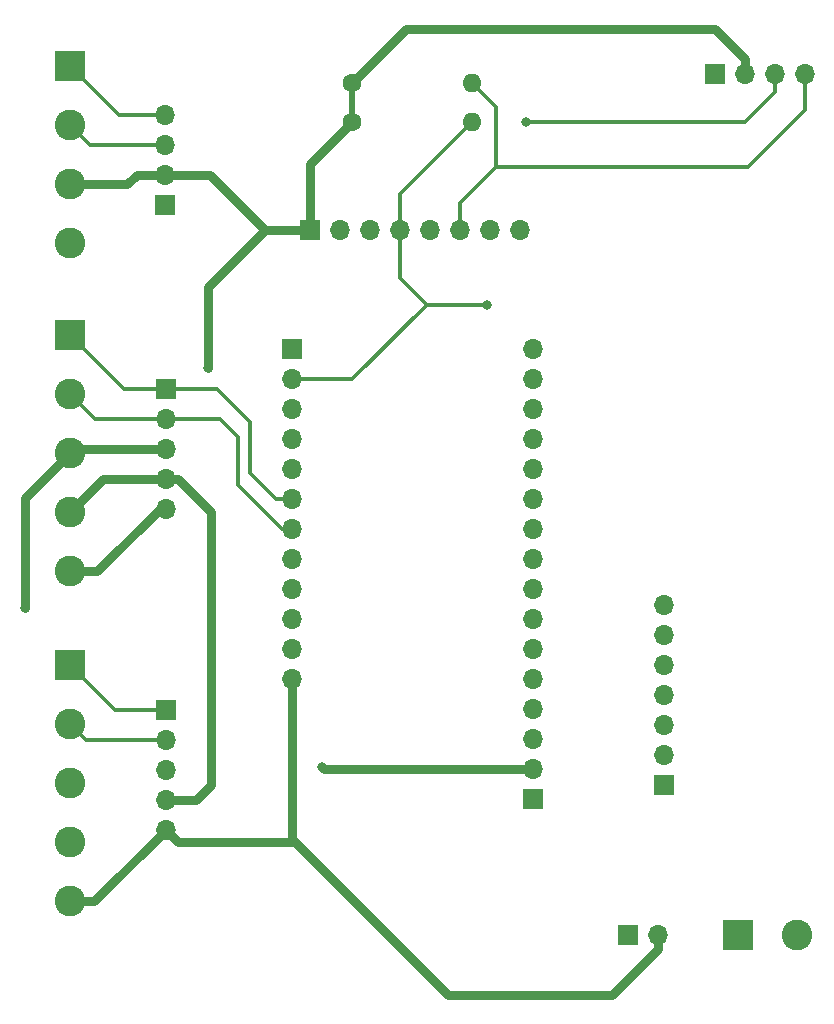
<source format=gbr>
%TF.GenerationSoftware,KiCad,Pcbnew,5.1.6-c6e7f7d~87~ubuntu18.04.1*%
%TF.CreationDate,2020-11-14T15:02:36-05:00*%
%TF.ProjectId,remote,72656d6f-7465-42e6-9b69-6361645f7063,rev?*%
%TF.SameCoordinates,Original*%
%TF.FileFunction,Copper,L2,Bot*%
%TF.FilePolarity,Positive*%
%FSLAX46Y46*%
G04 Gerber Fmt 4.6, Leading zero omitted, Abs format (unit mm)*
G04 Created by KiCad (PCBNEW 5.1.6-c6e7f7d~87~ubuntu18.04.1) date 2020-11-14 15:02:36*
%MOMM*%
%LPD*%
G01*
G04 APERTURE LIST*
%TA.AperFunction,ComponentPad*%
%ADD10C,2.600000*%
%TD*%
%TA.AperFunction,ComponentPad*%
%ADD11R,2.600000X2.600000*%
%TD*%
%TA.AperFunction,ComponentPad*%
%ADD12O,1.700000X1.700000*%
%TD*%
%TA.AperFunction,ComponentPad*%
%ADD13R,1.700000X1.700000*%
%TD*%
%TA.AperFunction,ComponentPad*%
%ADD14C,1.600000*%
%TD*%
%TA.AperFunction,ComponentPad*%
%ADD15O,1.600000X1.600000*%
%TD*%
%TA.AperFunction,ViaPad*%
%ADD16C,0.800000*%
%TD*%
%TA.AperFunction,Conductor*%
%ADD17C,0.304800*%
%TD*%
%TA.AperFunction,Conductor*%
%ADD18C,0.508000*%
%TD*%
%TA.AperFunction,Conductor*%
%ADD19C,0.800000*%
%TD*%
G04 APERTURE END LIST*
D10*
%TO.P,J3,5*%
%TO.N,VBAT*%
X82296000Y-141920000D03*
%TO.P,J3,4*%
%TO.N,GND*%
X82296000Y-136920000D03*
%TO.P,J3,3*%
%TO.N,+3V3*%
X82296000Y-131920000D03*
%TO.P,J3,2*%
%TO.N,RX0*%
X82296000Y-126920000D03*
D11*
%TO.P,J3,1*%
%TO.N,TX1*%
X82296000Y-121920000D03*
%TD*%
D10*
%TO.P,J4,4*%
%TO.N,GND*%
X82321000Y-86209000D03*
%TO.P,J4,3*%
%TO.N,+3V3*%
X82321000Y-81209000D03*
%TO.P,J4,2*%
%TO.N,SCL*%
X82321000Y-76209000D03*
D11*
%TO.P,J4,1*%
%TO.N,SDA*%
X82321000Y-71209000D03*
%TD*%
D10*
%TO.P,J1,5*%
%TO.N,VBAT*%
X82296000Y-113980000D03*
%TO.P,J1,4*%
%TO.N,GND*%
X82296000Y-108980000D03*
%TO.P,J1,3*%
%TO.N,+3V3*%
X82296000Y-103980000D03*
%TO.P,J1,2*%
%TO.N,D11*%
X82296000Y-98980000D03*
D11*
%TO.P,J1,1*%
%TO.N,D10*%
X82296000Y-93980000D03*
%TD*%
D12*
%TO.P,J12,5*%
%TO.N,VBAT*%
X90424000Y-135890000D03*
%TO.P,J12,4*%
%TO.N,GND*%
X90424000Y-133350000D03*
%TO.P,J12,3*%
%TO.N,+3V3*%
X90424000Y-130810000D03*
%TO.P,J12,2*%
%TO.N,RX0*%
X90424000Y-128270000D03*
D13*
%TO.P,J12,1*%
%TO.N,TX1*%
X90424000Y-125730000D03*
%TD*%
D12*
%TO.P,J11,8*%
%TO.N,N/C*%
X120396000Y-85090000D03*
%TO.P,J11,7*%
X117856000Y-85090000D03*
%TO.P,J11,6*%
%TO.N,SDA*%
X115316000Y-85090000D03*
%TO.P,J11,5*%
%TO.N,N/C*%
X112776000Y-85090000D03*
%TO.P,J11,4*%
%TO.N,SCL*%
X110236000Y-85090000D03*
%TO.P,J11,3*%
%TO.N,GND*%
X107696000Y-85090000D03*
%TO.P,J11,2*%
%TO.N,N/C*%
X105156000Y-85090000D03*
D13*
%TO.P,J11,1*%
%TO.N,+3V3*%
X102616000Y-85090000D03*
%TD*%
D12*
%TO.P,J9,7*%
%TO.N,N/C*%
X132588000Y-116840000D03*
%TO.P,J9,6*%
X132588000Y-119380000D03*
%TO.P,J9,5*%
X132588000Y-121920000D03*
%TO.P,J9,4*%
%TO.N,SDA*%
X132588000Y-124460000D03*
%TO.P,J9,3*%
%TO.N,SCL*%
X132588000Y-127000000D03*
%TO.P,J9,2*%
%TO.N,GND*%
X132588000Y-129540000D03*
D13*
%TO.P,J9,1*%
%TO.N,+3V3*%
X132588000Y-132080000D03*
%TD*%
D12*
%TO.P,J2,5*%
%TO.N,VBAT*%
X90424000Y-108712000D03*
%TO.P,J2,4*%
%TO.N,GND*%
X90424000Y-106172000D03*
%TO.P,J2,3*%
%TO.N,+3V3*%
X90424000Y-103632000D03*
%TO.P,J2,2*%
%TO.N,D11*%
X90424000Y-101092000D03*
D13*
%TO.P,J2,1*%
%TO.N,D10*%
X90424000Y-98552000D03*
%TD*%
D12*
%TO.P,J10,4*%
%TO.N,SDA*%
X90350000Y-75347000D03*
%TO.P,J10,3*%
%TO.N,SCL*%
X90350000Y-77887000D03*
%TO.P,J10,2*%
%TO.N,+3V3*%
X90350000Y-80427000D03*
D13*
%TO.P,J10,1*%
%TO.N,GND*%
X90350000Y-82967000D03*
%TD*%
D14*
%TO.P,R3,1*%
%TO.N,+3V3*%
X106172000Y-72644000D03*
D15*
%TO.P,R3,2*%
%TO.N,SDA*%
X116332000Y-72644000D03*
%TD*%
D14*
%TO.P,R2,1*%
%TO.N,+3V3*%
X106172000Y-75946000D03*
D15*
%TO.P,R2,2*%
%TO.N,SCL*%
X116332000Y-75946000D03*
%TD*%
D10*
%TO.P,J8,2*%
%TO.N,VBAT*%
X143869000Y-144780000D03*
D11*
%TO.P,J8,1*%
%TO.N,GND*%
X138869000Y-144780000D03*
%TD*%
D13*
%TO.P,J7,1*%
%TO.N,N/C*%
X121506000Y-133290000D03*
D12*
%TO.P,J7,2*%
%TO.N,+3V3*%
X121506000Y-130750000D03*
%TO.P,J7,3*%
%TO.N,N/C*%
X121506000Y-128210000D03*
%TO.P,J7,4*%
%TO.N,GND*%
X121506000Y-125670000D03*
%TO.P,J7,5*%
%TO.N,N/C*%
X121506000Y-123130000D03*
%TO.P,J7,6*%
X121506000Y-120590000D03*
%TO.P,J7,7*%
X121506000Y-118050000D03*
%TO.P,J7,8*%
X121506000Y-115510000D03*
%TO.P,J7,9*%
X121506000Y-112970000D03*
%TO.P,J7,10*%
X121506000Y-110430000D03*
%TO.P,J7,11*%
X121506000Y-107890000D03*
%TO.P,J7,12*%
X121506000Y-105350000D03*
%TO.P,J7,13*%
X121506000Y-102810000D03*
%TO.P,J7,14*%
%TO.N,RX0*%
X121506000Y-100270000D03*
%TO.P,J7,15*%
%TO.N,TX1*%
X121506000Y-97730000D03*
%TO.P,J7,16*%
%TO.N,N/C*%
X121506000Y-95190000D03*
%TD*%
%TO.P,J6,12*%
%TO.N,VBAT*%
X101106000Y-123130000D03*
%TO.P,J6,11*%
%TO.N,N/C*%
X101106000Y-120590000D03*
%TO.P,J6,10*%
X101106000Y-118050000D03*
%TO.P,J6,9*%
X101106000Y-115510000D03*
%TO.P,J6,8*%
X101106000Y-112970000D03*
%TO.P,J6,7*%
%TO.N,D11*%
X101106000Y-110430000D03*
%TO.P,J6,6*%
%TO.N,D10*%
X101106000Y-107890000D03*
%TO.P,J6,5*%
%TO.N,N/C*%
X101106000Y-105350000D03*
%TO.P,J6,4*%
X101106000Y-102810000D03*
%TO.P,J6,3*%
X101106000Y-100270000D03*
%TO.P,J6,2*%
%TO.N,SCL*%
X101106000Y-97730000D03*
D13*
%TO.P,J6,1*%
%TO.N,SDA*%
X101106000Y-95190000D03*
%TD*%
D12*
%TO.P,J5,2*%
%TO.N,VBAT*%
X132080000Y-144780000D03*
D13*
%TO.P,J5,1*%
%TO.N,GND*%
X129540000Y-144780000D03*
%TD*%
D12*
%TO.P,J13,4*%
%TO.N,SDA*%
X144526000Y-71882000D03*
%TO.P,J13,3*%
%TO.N,SCL*%
X141986000Y-71882000D03*
%TO.P,J13,2*%
%TO.N,+3V3*%
X139446000Y-71882000D03*
D13*
%TO.P,J13,1*%
%TO.N,GND*%
X136906000Y-71882000D03*
%TD*%
D16*
%TO.N,+3V3*%
X78486000Y-117094000D03*
X93980000Y-96774000D03*
X103632000Y-130556000D03*
%TO.N,SCL*%
X117602000Y-91440000D03*
X120904000Y-75946000D03*
%TD*%
D17*
%TO.N,+3V3*%
X102616000Y-85090000D02*
X102616000Y-85344000D01*
D18*
X106172000Y-75946000D02*
X106172000Y-72644000D01*
D19*
X78486000Y-107790000D02*
X82296000Y-103980000D01*
X78486000Y-117094000D02*
X78486000Y-107790000D01*
X82644000Y-103632000D02*
X82296000Y-103980000D01*
X90424000Y-103632000D02*
X82644000Y-103632000D01*
X102616000Y-85090000D02*
X98806000Y-85090000D01*
X98806000Y-85090000D02*
X93980000Y-89916000D01*
X93980000Y-89916000D02*
X93980000Y-96774000D01*
X139446000Y-71882000D02*
X139446000Y-70612000D01*
X139446000Y-70612000D02*
X136906000Y-68072000D01*
X110744000Y-68072000D02*
X106172000Y-72644000D01*
X136906000Y-68072000D02*
X110744000Y-68072000D01*
X82321000Y-81209000D02*
X87193000Y-81209000D01*
X87975000Y-80427000D02*
X90350000Y-80427000D01*
X87193000Y-81209000D02*
X87975000Y-80427000D01*
X94143000Y-80427000D02*
X98806000Y-85090000D01*
X90350000Y-80427000D02*
X94143000Y-80427000D01*
X102616000Y-79502000D02*
X106172000Y-75946000D01*
X102616000Y-85090000D02*
X102616000Y-79502000D01*
X121506000Y-130750000D02*
X103826000Y-130750000D01*
X103826000Y-130750000D02*
X103632000Y-130556000D01*
%TO.N,GND*%
X85104000Y-106172000D02*
X82296000Y-108980000D01*
X90424000Y-106172000D02*
X85104000Y-106172000D01*
X90424000Y-133350000D02*
X92964000Y-133350000D01*
X92964000Y-133350000D02*
X94234000Y-132080000D01*
X94234000Y-132080000D02*
X94234000Y-108966000D01*
X91440000Y-106172000D02*
X90424000Y-106172000D01*
X94234000Y-108966000D02*
X91440000Y-106172000D01*
D17*
%TO.N,SDA*%
X86459000Y-75347000D02*
X82321000Y-71209000D01*
X90350000Y-75347000D02*
X86459000Y-75347000D01*
X118364000Y-76200000D02*
X118364000Y-79756000D01*
X115316000Y-82804000D02*
X115316000Y-85090000D01*
X118364000Y-79756000D02*
X115316000Y-82804000D01*
X144526000Y-71882000D02*
X144526000Y-74930000D01*
X139700000Y-79756000D02*
X118364000Y-79756000D01*
X144526000Y-74930000D02*
X139700000Y-79756000D01*
X116332000Y-72644000D02*
X118364000Y-74676000D01*
X118364000Y-74676000D02*
X118364000Y-76200000D01*
%TO.N,SCL*%
X110236000Y-89154000D02*
X110236000Y-85090000D01*
X117602000Y-91440000D02*
X112522000Y-91440000D01*
X112522000Y-91440000D02*
X110236000Y-89154000D01*
X106232000Y-97730000D02*
X112522000Y-91440000D01*
X101106000Y-97730000D02*
X106232000Y-97730000D01*
X83999000Y-77887000D02*
X82321000Y-76209000D01*
X90350000Y-77887000D02*
X83999000Y-77887000D01*
X116332000Y-75946000D02*
X110236000Y-82042000D01*
X110236000Y-82042000D02*
X110236000Y-85090000D01*
X141986000Y-71882000D02*
X141986000Y-73406000D01*
X141986000Y-73406000D02*
X139446000Y-75946000D01*
X139446000Y-75946000D02*
X120904000Y-75946000D01*
D19*
%TO.N,VBAT*%
X84394000Y-141920000D02*
X90424000Y-135890000D01*
X82296000Y-141920000D02*
X84394000Y-141920000D01*
X132080000Y-145982081D02*
X128202081Y-149860000D01*
X132080000Y-144780000D02*
X132080000Y-145982081D01*
X128202081Y-149860000D02*
X114300000Y-149860000D01*
X114300000Y-149860000D02*
X101346000Y-136906000D01*
X91440000Y-136906000D02*
X90424000Y-135890000D01*
X101346000Y-136906000D02*
X91440000Y-136906000D01*
X101106000Y-136666000D02*
X101346000Y-136906000D01*
X101106000Y-123130000D02*
X101106000Y-136666000D01*
X82296000Y-113980000D02*
X84648000Y-113980000D01*
X89916000Y-108712000D02*
X90424000Y-108712000D01*
X84648000Y-113980000D02*
X89916000Y-108712000D01*
D17*
%TO.N,D11*%
X90424000Y-101092000D02*
X94996000Y-101092000D01*
X94996000Y-101092000D02*
X96520000Y-102616000D01*
X96520000Y-102616000D02*
X96520000Y-106680000D01*
X100270000Y-110430000D02*
X101106000Y-110430000D01*
X96520000Y-106680000D02*
X100270000Y-110430000D01*
X90424000Y-101092000D02*
X84408000Y-101092000D01*
X84408000Y-101092000D02*
X82296000Y-98980000D01*
%TO.N,D10*%
X101106000Y-107890000D02*
X99762000Y-107890000D01*
X99762000Y-107890000D02*
X97536000Y-105664000D01*
X97536000Y-105664000D02*
X97536000Y-101346000D01*
X94742000Y-98552000D02*
X90424000Y-98552000D01*
X97536000Y-101346000D02*
X94742000Y-98552000D01*
X90424000Y-98552000D02*
X86868000Y-98552000D01*
X86868000Y-98552000D02*
X82296000Y-93980000D01*
%TO.N,RX0*%
X83646000Y-128270000D02*
X82296000Y-126920000D01*
X90424000Y-128270000D02*
X83646000Y-128270000D01*
%TO.N,TX1*%
X86106000Y-125730000D02*
X82296000Y-121920000D01*
X90424000Y-125730000D02*
X86106000Y-125730000D01*
%TD*%
M02*

</source>
